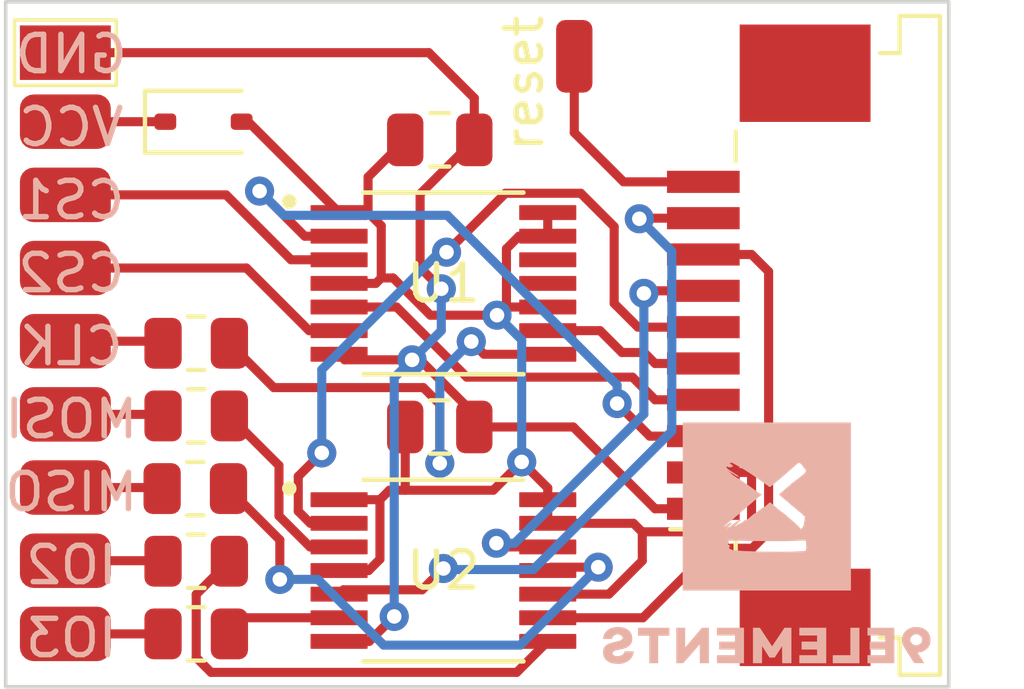
<source format=kicad_pcb>
(kicad_pcb (version 20221018) (generator pcbnew)
  (title_block (comment 4 "AISLER Project ID: ACSKGVNI"))
  (layers (0 "F.Cu" signal) (31 "B.Cu" signal) (34 "B.Paste" user) (35 "F.Paste" user) (36 "B.SilkS" user "B.Silkscreen") (37 "F.SilkS" user "F.Silkscreen") (38 "B.Mask" user) (39 "F.Mask" user) (44 "Edge.Cuts" user))
  (net 0 "")
  (net 1 "+3.3V")
  (net 2 "GND")
  (net 3 "P_CS1")
  (net 4 "P_CLK")
  (net 5 "P_MISO")
  (net 6 "P_MOSI")
  (net 7 "P_IO2")
  (net 8 "P_IO3")
  (net 9 "P_CS2")
  (net 10 "CS1")
  (net 11 "CLK")
  (net 12 "MISO")
  (net 13 "MOSI")
  (net 14 "IO2")
  (net 15 "IO3")
  (net 16 "CS2")
  (net 17 "Net-(D1-K)")
  (net 18 "Net-(J1-Pin_10)")
  (net 19 "Net-(J2-Pin_5)")
  (net 20 "Net-(J2-Pin_6)")
  (net 21 "Net-(J2-Pin_7)")
  (net 22 "Net-(J2-Pin_8)")
  (net 23 "Net-(J2-Pin_9)")
  (footprint "TMUX1511PWR:SOP65P640X120-14N" (layer "F.Cu") (at 12.1 15.656)
    (fp_text reference "U2" (at 0 0) (layer "F.SilkS"))
    (fp_text value "TMUX1511PWR" hide)
    (pad "1" smd roundrect (at -2.87 -1.95) (size 1.57 0.41) (layers "F.Cu" "F.Paste" "F.Mask") (roundrect_rratio 0.05) (net 1 "+3.3V"))
    (pad "2" smd roundrect (at -2.87 -1.3) (size 1.57 0.41) (layers "F.Cu" "F.Paste" "F.Mask") (roundrect_rratio 0.05) (net 6 "P_MOSI"))
    (pad "3" smd roundrect (at -2.87 -0.65) (size 1.57 0.41) (layers "F.Cu" "F.Paste" "F.Mask") (roundrect_rratio 0.05) (net 13 "MOSI"))
    (pad "4" smd roundrect (at -2.87 0) (size 1.57 0.41) (layers "F.Cu" "F.Paste" "F.Mask") (roundrect_rratio 0.05) (net 1 "+3.3V"))
    (pad "5" smd roundrect (at -2.87 0.65) (size 1.57 0.41) (layers "F.Cu" "F.Paste" "F.Mask") (roundrect_rratio 0.05) (net 8 "P_IO3"))
    (pad "6" smd roundrect (at -2.87 1.3) (size 1.57 0.41) (layers "F.Cu" "F.Paste" "F.Mask") (roundrect_rratio 0.05) (net 15 "IO3"))
    (pad "7" smd roundrect (at -2.87 1.95) (size 1.57 0.41) (layers "F.Cu" "F.Paste" "F.Mask") (roundrect_rratio 0.05) (net 2 "GND"))
    (pad "8" smd roundrect (at 2.87 1.95) (size 1.57 0.41) (layers "F.Cu" "F.Paste" "F.Mask") (roundrect_rratio 0.05) (net 14 "IO2"))
    (pad "9" smd roundrect (at 2.87 1.3) (size 1.57 0.41) (layers "F.Cu" "F.Paste" "F.Mask") (roundrect_rratio 0.05) (net 7 "P_IO2"))
    (pad "10" smd roundrect (at 2.87 0.65) (size 1.57 0.41) (layers "F.Cu" "F.Paste" "F.Mask") (roundrect_rratio 0.05) (net 1 "+3.3V"))
    (pad "11" smd roundrect (at 2.87 0) (size 1.57 0.41) (layers "F.Cu" "F.Paste" "F.Mask") (roundrect_rratio 0.05) (net 12 "MISO"))
    (pad "12" smd roundrect (at 2.87 -0.65) (size 1.57 0.41) (layers "F.Cu" "F.Paste" "F.Mask") (roundrect_rratio 0.05) (net 5 "P_MISO"))
    (pad "13" smd roundrect (at 2.87 -1.3) (size 1.57 0.41) (layers "F.Cu" "F.Paste" "F.Mask") (roundrect_rratio 0.05) (net 1 "+3.3V"))
    (pad "14" smd roundrect (at 2.87 -1.95) (size 1.57 0.41) (layers "F.Cu" "F.Paste" "F.Mask") (roundrect_rratio 0.05) (net 1 "+3.3V"))
  )
  (footprint "TMUX1511PWR:SOP65P640X120-14N" (layer "F.Cu") (at 12.1 7.752)
    (fp_text reference "U1" (at 0 0) (layer "F.SilkS"))
    (fp_text value "TMUX1511PWR" hide)
    (pad "1" smd roundrect (at -2.87 -1.95) (size 1.57 0.41) (layers "F.Cu" "F.Paste" "F.Mask") (roundrect_rratio 0.05) (net 1 "+3.3V"))
    (pad "2" smd roundrect (at -2.87 -1.3) (size 1.57 0.41) (layers "F.Cu" "F.Paste" "F.Mask") (roundrect_rratio 0.05) (net 3 "P_CS1"))
    (pad "3" smd roundrect (at -2.87 -0.65) (size 1.57 0.41) (layers "F.Cu" "F.Paste" "F.Mask") (roundrect_rratio 0.05) (net 10 "CS1"))
    (pad "4" smd roundrect (at -2.87 0) (size 1.57 0.41) (layers "F.Cu" "F.Paste" "F.Mask") (roundrect_rratio 0.05) (net 1 "+3.3V"))
    (pad "5" smd roundrect (at -2.87 0.65) (size 1.57 0.41) (layers "F.Cu" "F.Paste" "F.Mask") (roundrect_rratio 0.05) (net 9 "P_CS2"))
    (pad "6" smd roundrect (at -2.87 1.3) (size 1.57 0.41) (layers "F.Cu" "F.Paste" "F.Mask") (roundrect_rratio 0.05) (net 16 "CS2"))
    (pad "7" smd roundrect (at -2.87 1.95) (size 1.57 0.41) (layers "F.Cu" "F.Paste" "F.Mask") (roundrect_rratio 0.05) (net 2 "GND"))
    (pad "8" smd roundrect (at 2.87 1.95) (size 1.57 0.41) (layers "F.Cu" "F.Paste" "F.Mask") (roundrect_rratio 0.05) (net 11 "CLK"))
    (pad "9" smd roundrect (at 2.87 1.3) (size 1.57 0.41) (layers "F.Cu" "F.Paste" "F.Mask") (roundrect_rratio 0.05) (net 4 "P_CLK"))
    (pad "10" smd roundrect (at 2.87 0.65) (size 1.57 0.41) (layers "F.Cu" "F.Paste" "F.Mask") (roundrect_rratio 0.05) (net 1 "+3.3V"))
    (pad "11" smd roundrect (at 2.87 0) (size 1.57 0.41) (layers "F.Cu" "F.Paste" "F.Mask") (roundrect_rratio 0.05))
    (pad "12" smd roundrect (at 2.87 -0.65) (size 1.57 0.41) (layers "F.Cu" "F.Paste" "F.Mask") (roundrect_rratio 0.05))
    (pad "13" smd roundrect (at 2.87 -1.3) (size 1.57 0.41) (layers "F.Cu" "F.Paste" "F.Mask") (roundrect_rratio 0.05) (net 1 "+3.3V"))
    (pad "14" smd roundrect (at 2.87 -1.95) (size 1.57 0.41) (layers "F.Cu" "F.Paste" "F.Mask") (roundrect_rratio 0.05) (net 1 "+3.3V"))
  )
  (footprint "Capacitor_SMD:C_0805_2012Metric" (layer "F.Cu") (at 12 3.8)
    (fp_text reference "C2" hide)
    (fp_text value "100n" hide)
    (pad "1" smd roundrect (at -0.95 0) (size 1 1.45) (layers "F.Cu" "F.Paste" "F.Mask") (net 1 "+3.3V"))
    (pad "2" smd roundrect (at 0.95 0) (size 1 1.45) (layers "F.Cu" "F.Paste" "F.Mask") (net 2 "GND"))
  )
  (footprint "Resistor_SMD:R_0805_2012Metric" (layer "F.Cu") (at 5.275 13.4)
    (fp_text reference "R4" hide)
    (fp_text value "100")
    (pad "1" smd roundrect (at -0.9125 0) (size 1.025 1.4) (layers "F.Cu" "F.Paste" "F.Mask") (roundrect_rratio 0.243902439) (net 21 "Net-(J2-Pin_7)"))
    (pad "2" smd roundrect (at 0.9125 0) (size 1.025 1.4) (layers "F.Cu" "F.Paste" "F.Mask") (roundrect_rratio 0.243902439) (net 12 "MISO"))
  )
  (footprint "Resistor_SMD:R_0805_2012Metric" (layer "F.Cu") (at 5.3 11.4)
    (fp_text reference "R5" hide)
    (fp_text value "100")
    (pad "1" smd roundrect (at -0.9125 0) (size 1.025 1.4) (layers "F.Cu" "F.Paste" "F.Mask") (roundrect_rratio 0.243902439) (net 20 "Net-(J2-Pin_6)"))
    (pad "2" smd roundrect (at 0.9125 0) (size 1.025 1.4) (layers "F.Cu" "F.Paste" "F.Mask") (roundrect_rratio 0.243902439) (net 13 "MOSI"))
  )
  (footprint "Connector_Wire:SolderWirePad_1x01_SMD_1x2mm" (layer "F.Cu") (at 15.7 1.5)
    (fp_text reference "J3" hide)
    (fp_text value "Conn_01x01" hide)
    (pad "1" smd roundrect (at 0 0) (size 1 2) (layers "F.Cu" "F.Paste" "F.Mask") (net 18 "Net-(J1-Pin_10)"))
  )
  (footprint "Resistor_SMD:R_0805_2012Metric" (layer "F.Cu") (at 5.3 17.4)
    (fp_text reference "R2" hide)
    (fp_text value "100" hide)
    (pad "1" smd roundrect (at -0.9125 0) (size 1.025 1.4) (layers "F.Cu" "F.Paste" "F.Mask") (roundrect_rratio 0.243902439) (net 23 "Net-(J2-Pin_9)"))
    (pad "2" smd roundrect (at 0.9125 0) (size 1.025 1.4) (layers "F.Cu" "F.Paste" "F.Mask") (roundrect_rratio 0.243902439) (net 15 "IO3"))
  )
  (footprint "Resistor_SMD:R_0805_2012Metric" (layer "F.Cu") (at 5.3 9.4)
    (fp_text reference "R1" hide)
    (fp_text value "100")
    (pad "1" smd roundrect (at -0.9125 0) (size 1.025 1.4) (layers "F.Cu" "F.Paste" "F.Mask") (roundrect_rratio 0.243902439) (net 19 "Net-(J2-Pin_5)"))
    (pad "2" smd roundrect (at 0.9125 0) (size 1.025 1.4) (layers "F.Cu" "F.Paste" "F.Mask") (roundrect_rratio 0.243902439) (net 11 "CLK"))
  )
  (footprint "Capacitor_SMD:C_0805_2012Metric" (layer "F.Cu") (at 12 11.704)
    (fp_text reference "C1" hide)
    (fp_text value "100n")
    (pad "1" smd roundrect (at -0.95 0) (size 1 1.45) (layers "F.Cu" "F.Paste" "F.Mask") (net 1 "+3.3V"))
    (pad "2" smd roundrect (at 0.95 0) (size 1 1.45) (layers "F.Cu" "F.Paste" "F.Mask") (net 2 "GND"))
  )
  (footprint "Connector_FFC-FPC:TE_1-84952-0_1x10-1MP_P1.0mm_Horizontal" (layer "F.Cu") (at 21.05 9.456 90)
    (fp_text reference "J1" hide)
    (fp_text value "Conn_01x10_Socket" hide)
    (pad "1" smd rect (at -4.5 -1.8 90) (size 0.61 2) (layers "F.Cu" "F.Paste" "F.Mask") (net 2 "GND"))
    (pad "2" smd rect (at -3.5 -1.8 90) (size 0.61 2) (layers "F.Cu" "F.Paste" "F.Mask") (net 1 "+3.3V"))
    (pad "3" smd rect (at -2.5 -1.8 90) (size 0.61 2) (layers "F.Cu" "F.Paste" "F.Mask") (net 3 "P_CS1"))
    (pad "4" smd rect (at -1.5 -1.8 90) (size 0.61 2) (layers "F.Cu" "F.Paste" "F.Mask") (net 9 "P_CS2"))
    (pad "5" smd rect (at -0.5 -1.8 90) (size 0.61 2) (layers "F.Cu" "F.Paste" "F.Mask") (net 4 "P_CLK"))
    (pad "6" smd rect (at 0.5 -1.8 90) (size 0.61 2) (layers "F.Cu" "F.Paste" "F.Mask") (net 6 "P_MOSI"))
    (pad "7" smd rect (at 1.5 -1.8 90) (size 0.61 2) (layers "F.Cu" "F.Paste" "F.Mask") (net 5 "P_MISO"))
    (pad "8" smd rect (at 2.5 -1.8 90) (size 0.61 2) (layers "F.Cu" "F.Paste" "F.Mask") (net 7 "P_IO2"))
    (pad "9" smd rect (at 3.5 -1.8 90) (size 0.61 2) (layers "F.Cu" "F.Paste" "F.Mask") (net 8 "P_IO3"))
    (pad "10" smd rect (at 4.5 -1.8 90) (size 0.61 2) (layers "F.Cu" "F.Paste" "F.Mask") (net 18 "Net-(J1-Pin_10)"))
    (pad "MP" smd rect (at -7.49 1 90) (size 2.68 3.6) (layers "F.Cu" "F.Paste" "F.Mask"))
    (pad "MP" smd rect (at 7.49 1 90) (size 2.68 3.6) (layers "F.Cu" "F.Paste" "F.Mask"))
  )
  (footprint "pad:wire_pad_row_1x09-2x3mm" (layer "F.Cu") (at 1.7 1.4 -90)
    (fp_text reference "J2" hide)
    (fp_text value "SPI_Socket" hide)
    (pad "1" smd rect (at 0 0 270) (size 1.5 2.5) (layers "F.Cu" "F.Paste" "F.Mask") (net 2 "GND"))
    (pad "2" smd roundrect (at 1.9 0 270) (size 1.5 2.5) (layers "F.Cu" "F.Paste" "F.Mask") (net 17 "Net-(D1-K)"))
    (pad "3" smd roundrect (at 3.914285 0 270) (size 1.5 2.5) (layers "F.Cu" "F.Paste" "F.Mask") (net 10 "CS1"))
    (pad "4" smd roundrect (at 5.92857 0 270) (size 1.5 2.5) (layers "F.Cu" "F.Paste" "F.Mask") (net 16 "CS2"))
    (pad "5" smd roundrect (at 7.942855 0 270) (size 1.5 2.5) (layers "F.Cu" "F.Paste" "F.Mask") (net 19 "Net-(J2-Pin_5)"))
    (pad "6" smd roundrect (at 9.95714 0 270) (size 1.5 2.5) (layers "F.Cu" "F.Paste" "F.Mask") (net 20 "Net-(J2-Pin_6)"))
    (pad "7" smd roundrect (at 11.971425 0 270) (size 1.5 2.5) (layers "F.Cu" "F.Paste" "F.Mask") (net 21 "Net-(J2-Pin_7)"))
    (pad "8" smd roundrect (at 13.98571 0 270) (size 1.5 2.5) (layers "F.Cu" "F.Paste" "F.Mask") (net 22 "Net-(J2-Pin_8)"))
    (pad "9" smd roundrect (at 16 0 270) (size 1.5 2.5) (layers "F.Cu" "F.Paste" "F.Mask") (net 23 "Net-(J2-Pin_9)"))
  )
  (footprint "Diode_SMD:D_SOD-323" (layer "F.Cu") (at 5.5 3.3)
    (fp_text reference "D1" hide)
    (fp_text value "BAT60A" hide)
    (pad "1" smd roundrect (at -1.05 0) (size 0.6 0.45) (layers "F.Cu" "F.Paste" "F.Mask") (net 17 "Net-(D1-K)"))
    (pad "2" smd roundrect (at 1.05 0) (size 0.6 0.45) (layers "F.Cu" "F.Paste" "F.Mask") (net 1 "+3.3V"))
  )
  (footprint "Resistor_SMD:R_0805_2012Metric" (layer "F.Cu") (at 5.3 15.4)
    (fp_text reference "R3" hide)
    (fp_text value "100")
    (pad "1" smd roundrect (at -0.9125 0) (size 1.025 1.4) (layers "F.Cu" "F.Paste" "F.Mask") (roundrect_rratio 0.243902439) (net 22 "Net-(J2-Pin_8)"))
    (pad "2" smd roundrect (at 0.9125 0) (size 1.025 1.4) (layers "F.Cu" "F.Paste" "F.Mask") (roundrect_rratio 0.243902439) (net 14 "IO2"))
  )
  (footprint "pi_hat_spi_v2:9elogo" (layer "B.Cu") (at 21 14.9 180)
    (fp_text reference "G***" hide)
    (fp_text value "LOGO" hide)
  )
  (gr_rect (start 0.058 0) (end 26 18.856) (stroke (width 0.1)) (fill none) (layer "Edge.Cuts"))
  (gr_text "CS2" (at 3.414286 8.053125) (layer "B.SilkS") (effects (font (size 1 1)) (justify left bottom mirror)))
  (gr_text "MOSI" (at 3.771429 12.071875) (layer "B.SilkS") (effects (font (size 1 1)) (justify left bottom mirror)))
  (gr_text "CLK" (at 3.366667 10.0625) (layer "B.SilkS") (effects (font (size 1 1)) (justify left bottom mirror)))
  (gr_text "VCC" (at 3.390477 4.034375) (layer "B.SilkS") (effects (font (size 1 1)) (justify left bottom mirror)))
  (gr_text "CS1" (at 3.414286 6.04375) (layer "B.SilkS") (effects (font (size 1 1)) (justify left bottom mirror)))
  (gr_text "MISO" (at 3.771429 14.08125) (layer "B.SilkS") (effects (font (size 1 1)) (justify left bottom mirror)))
  (gr_text "GND" (at 3.485715 2.025) (layer "B.SilkS") (effects (font (size 1 1)) (justify left bottom mirror)))
  (gr_text "IO2" (at 3.2 16.090625) (layer "B.SilkS") (effects (font (size 1 1)) (justify left bottom mirror)))
  (gr_text "IO3" (at 3.2 18.1) (layer "B.SilkS") (effects (font (size 1 1)) (justify left bottom mirror)))
  (gr_text "reset" (at 14.9 4.2 90) (layer "F.SilkS") (effects (font (size 1 1)) (justify left bottom)))
  (segment (start 17.3279 14.356) (end 14.97 14.356) (width 0.25) (layer "F.Cu") (net 1))
  (segment (start 16.6518 16.306) (end 17.571 15.3868) (width 0.25) (layer "F.Cu") (net 1))
  (segment (start 20.5769 12.956) (end 20.5769 14.4007) (width 0.25) (layer "F.Cu") (net 1))
  (segment (start 10.0275 5.802) (end 10.0275 4.8225) (width 0.25) (layer "F.Cu") (net 1))
  (segment (start 10.6141 13.4457) (end 10.3538 13.706) (width 0.25) (layer "F.Cu") (net 1))
  (segment (start 13.8342 8.402) (end 14.97 8.402) (width 0.25) (layer "F.Cu") (net 1))
  (segment (start 11.05 13.4457) (end 10.6141 13.4457) (width 0.25) (layer "F.Cu") (net 1))
  (segment (start 20.5769 14.4007) (end 20.3875 14.5901) (width 0.25) (layer "F.Cu") (net 1))
  (segment (start 10.3538 15.3441) (end 10.3538 13.706) (width 0.25) (layer "F.Cu") (net 1))
  (segment (start 9.23 5.802) (end 10.0275 5.802) (width 0.25) (layer "F.Cu") (net 1))
  (segment (start 10.3899 7.602) (end 10.2399 7.752) (width 0.25) (layer "F.Cu") (net 1))
  (segment (start 13.8342 8.402) (end 13.8342 6.7972) (width 0.25) (layer "F.Cu") (net 1))
  (segment (start 14.97 13.3818) (end 14.97 13.706) (width 0.25) (layer "F.Cu") (net 1))
  (segment (start 20.3875 14.5901) (end 17.58 14.5901) (width 0.25) (layer "F.Cu") (net 1))
  (segment (start 17.58 14.5901) (end 17.571 14.5991) (width 0.25) (layer "F.Cu") (net 1))
  (segment (start 10.0275 4.8225) (end 11.05 3.8) (width 0.25) (layer "F.Cu") (net 1))
  (segment (start 14.2531 12.6649) (end 14.97 13.3818) (width 0.25) (layer "F.Cu") (net 1))
  (segment (start 14.1794 6.452) (end 14.97 6.452) (width 0.25) (layer "F.Cu") (net 1))
  (segment (start 14.97 16.306) (end 16.6518 16.306) (width 0.25) (layer "F.Cu") (net 1))
  (segment (start 14.97 13.706) (end 14.97 14.356) (width 0.25) (layer "F.Cu") (net 1))
  (segment (start 10.3538 13.706) (end 9.23 13.706) (width 0.25) (layer "F.Cu") (net 1))
  (segment (start 11.7411 8.6266) (end 13.5743 8.6266) (width 0.25) (layer "F.Cu") (net 1))
  (segment (start 10.3899 6.1644) (end 10.3899 7.602) (width 0.25) (layer "F.Cu") (net 1))
  (segment (start 10.7165 7.602) (end 11.7411 8.6266) (width 0.25) (layer "F.Cu") (net 1))
  (segment (start 17.571 14.5991) (end 17.3279 14.356) (width 0.25) (layer "F.Cu") (net 1))
  (segment (start 10.0275 5.802) (end 10.3899 6.1644) (width 0.25) (layer "F.Cu") (net 1))
  (segment (start 13.5743 8.6266) (end 13.6096 8.6266) (width 0.25) (layer "F.Cu") (net 1))
  (segment (start 9.23 15.656) (end 10.0419 15.656) (width 0.25) (layer "F.Cu") (net 1))
  (segment (start 13.6096 8.6266) (end 13.8342 8.402) (width 0.25) (layer "F.Cu") (net 1))
  (segment (start 10.3899 7.602) (end 10.7165 7.602) (width 0.25) (layer "F.Cu") (net 1))
  (segment (start 10.2399 7.752) (end 9.23 7.752) (width 0.25) (layer "F.Cu") (net 1))
  (segment (start 10.0419 15.656) (end 10.3538 15.3441) (width 0.25) (layer "F.Cu") (net 1))
  (segment (start 19.25 12.956) (end 20.5769 12.956) (width 0.25) (layer "F.Cu") (net 1))
  (segment (start 6.728 3.3) (end 6.55 3.3) (width 0.25) (layer "F.Cu") (net 1))
  (segment (start 9.23 5.802) (end 6.728 3.3) (width 0.25) (layer "F.Cu") (net 1))
  (segment (start 11.05 11.704) (end 11.05 13.4457) (width 0.25) (layer "F.Cu") (net 1))
  (segment (start 14.97 6.452) (end 14.97 5.802) (width 0.25) (layer "F.Cu") (net 1))
  (segment (start 13.8342 6.7972) (end 14.1794 6.452) (width 0.25) (layer "F.Cu") (net 1))
  (segment (start 13.4723 13.4457) (end 11.05 13.4457) (width 0.25) (layer "F.Cu") (net 1))
  (segment (start 14.2531 12.6649) (end 13.4723 13.4457) (width 0.25) (layer "F.Cu") (net 1))
  (segment (start 17.571 15.3868) (end 17.571 14.5991) (width 0.25) (layer "F.Cu") (net 1))
  (via (at 14.2531 12.6649) (size 0.8) (drill 0.4) (layers "F.Cu" "B.Cu") (net 1))
  (via (at 13.5743 8.6266) (size 0.8) (drill 0.4) (layers "F.Cu" "B.Cu") (net 1))
  (segment (start 14.2531 9.3054) (end 13.5743 8.6266) (width 0.25) (layer "B.Cu") (net 1))
  (segment (start 14.2531 12.6649) (end 14.2531 9.3054) (width 0.25) (layer "B.Cu") (net 1))
  (segment (start 12.95 11.704) (end 15.6711 11.704) (width 0.25) (layer "F.Cu") (net 2))
  (segment (start 12.95 11.704) (end 12.95 11.3483) (width 0.25) (layer "F.Cu") (net 2))
  (segment (start 15.6711 11.704) (end 17.9231 13.956) (width 0.25) (layer "F.Cu") (net 2))
  (segment (start 10.747 16.9193) (end 10.0603 17.606) (width 0.25) (layer "F.Cu") (net 2))
  (segment (start 12.95 11.3483) (end 11.4573 9.8556) (width 0.25) (layer "F.Cu") (net 2))
  (segment (start 12.95 2.65) (end 12.95 3.8) (width 0.25) (layer "F.Cu") (net 2))
  (segment (start 1.7 1.4) (end 11.7 1.4) (width 0.25) (layer "F.Cu") (net 2))
  (segment (start 11.4591 5.2909) (end 12.95 3.8) (width 0.25) (layer "F.Cu") (net 2))
  (segment (start 11.2384 9.8556) (end 9.3836 9.8556) (width 0.25) (layer "F.Cu") (net 2))
  (segment (start 11.4591 7.3167) (end 11.4591 5.2909) (width 0.25) (layer "F.Cu") (net 2))
  (segment (start 11.4573 9.8556) (end 11.2384 9.8556) (width 0.25) (layer "F.Cu") (net 2))
  (segment (start 12.0421 7.8997) (end 11.4591 7.3167) (width 0.25) (layer "F.Cu") (net 2))
  (segment (start 11.7 1.4) (end 12.95 2.65) (width 0.25) (layer "F.Cu") (net 2))
  (segment (start 9.3836 9.8556) (end 9.23 9.702) (width 0.25) (layer "F.Cu") (net 2))
  (segment (start 10.0603 17.606) (end 9.23 17.606) (width 0.25) (layer "F.Cu") (net 2))
  (segment (start 19.25 13.956) (end 17.9231 13.956) (width 0.25) (layer "F.Cu") (net 2))
  (via (at 12.0421 7.8997) (size 0.8) (drill 0.4) (layers "F.Cu" "B.Cu") (net 2))
  (via (at 11.2384 9.8556) (size 0.8) (drill 0.4) (layers "F.Cu" "B.Cu") (net 2))
  (via (at 10.747 16.9193) (size 0.8) (drill 0.4) (layers "F.Cu" "B.Cu") (net 2))
  (segment (start 12.0421 9.0519) (end 11.2384 9.8556) (width 0.25) (layer "B.Cu") (net 2))
  (segment (start 10.747 10.347) (end 10.747 16.9193) (width 0.25) (layer "B.Cu") (net 2))
  (segment (start 12.0421 7.8997) (end 12.0421 9.0519) (width 0.25) (layer "B.Cu") (net 2))
  (segment (start 11.2384 9.8556) (end 10.747 10.347) (width 0.25) (layer "B.Cu") (net 2))
  (segment (start 19.25 11.956) (end 17.9231 11.956) (width 0.25) (layer "F.Cu") (net 3))
  (segment (start 17.7755 11.956) (end 16.8781 11.0586) (width 0.25) (layer "F.Cu") (net 3))
  (segment (start 7.04308 5.210174) (end 8.284906 6.452) (width 0.25) (layer "F.Cu") (net 3))
  (segment (start 17.9231 11.956) (end 17.7755 11.956) (width 0.25) (layer "F.Cu") (net 3))
  (segment (start 8.284906 6.452) (end 9.23 6.452) (width 0.25) (layer "F.Cu") (net 3))
  (via (at 7.04308 5.210174) (size 0.8) (drill 0.4) (layers "F.Cu" "B.Cu") (net 3))
  (via (at 16.8781 11.0586) (size 0.8) (drill 0.4) (layers "F.Cu" "B.Cu") (net 3))
  (segment (start 7.04308 5.210174) (end 7.709506 5.8766) (width 0.25) (layer "B.Cu") (net 3))
  (segment (start 7.709506 5.8766) (end 12.2085 5.8766) (width 0.25) (layer "B.Cu") (net 3))
  (segment (start 16.8781 10.5462) (end 16.8781 11.0586) (width 0.25) (layer "B.Cu") (net 3))
  (segment (start 12.2085 5.8766) (end 16.8781 10.5462) (width 0.25) (layer "B.Cu") (net 3))
  (segment (start 19.25 9.956) (end 17.9231 9.956) (width 0.25) (layer "F.Cu") (net 4))
  (segment (start 16.408 9.052) (end 17.0091 9.6531) (width 0.25) (layer "F.Cu") (net 4))
  (segment (start 14.97 9.052) (end 16.408 9.052) (width 0.25) (layer "F.Cu") (net 4))
  (segment (start 17.0091 9.6531) (end 17.6202 9.6531) (width 0.25) (layer "F.Cu") (net 4))
  (segment (start 17.6202 9.6531) (end 17.9231 9.956) (width 0.25) (layer "F.Cu") (net 4))
  (segment (start 14.97 15.006) (end 13.6602 15.006) (width 0.25) (layer "F.Cu") (net 5))
  (segment (start 17.8534 8.0257) (end 17.6143 8.0257) (width 0.25) (layer "F.Cu") (net 5))
  (segment (start 13.6602 15.006) (end 13.5579 14.9037) (width 0.25) (layer "F.Cu") (net 5))
  (segment (start 19.25 7.956) (end 17.9231 7.956) (width 0.25) (layer "F.Cu") (net 5))
  (segment (start 17.9231 7.956) (end 17.8534 8.0257) (width 0.25) (layer "F.Cu") (net 5))
  (via (at 13.5579 14.9037) (size 0.8) (drill 0.4) (layers "F.Cu" "B.Cu") (net 5))
  (via (at 17.6143 8.0257) (size 0.8) (drill 0.4) (layers "F.Cu" "B.Cu") (net 5))
  (segment (start 13.5579 14.9037) (end 14.061 14.9037) (width 0.25) (layer "B.Cu") (net 5))
  (segment (start 14.061 14.9037) (end 17.6143 11.3504) (width 0.25) (layer "B.Cu") (net 5))
  (segment (start 17.6143 11.3504) (end 17.6143 8.0257) (width 0.25) (layer "B.Cu") (net 5))
  (segment (start 16.7973 8.3023) (end 16.7973 6.1886) (width 0.25) (layer "F.Cu") (net 6))
  (segment (start 8.4395 14.356) (end 9.23 14.356) (width 0.25) (layer "F.Cu") (net 6))
  (segment (start 19.25 8.956) (end 17.451 8.956) (width 0.25) (layer "F.Cu") (net 6))
  (segment (start 13.8076 5.27) (end 12.1861 6.8915) (width 0.25) (layer "F.Cu") (net 6))
  (segment (start 8.754 12.4172) (end 8.107 13.0642) (width 0.25) (layer "F.Cu") (net 6))
  (segment (start 8.107 14.0235) (end 8.4395 14.356) (width 0.25) (layer "F.Cu") (net 6))
  (segment (start 16.7973 6.1886) (end 15.8787 5.27) (width 0.25) (layer "F.Cu") (net 6))
  (segment (start 15.8787 5.27) (end 13.8076 5.27) (width 0.25) (layer "F.Cu") (net 6))
  (segment (start 8.107 13.0642) (end 8.107 14.0235) (width 0.25) (layer "F.Cu") (net 6))
  (segment (start 17.451 8.956) (end 16.7973 8.3023) (width 0.25) (layer "F.Cu") (net 6))
  (via (at 12.1861 6.8915) (size 0.8) (drill 0.4) (layers "F.Cu" "B.Cu") (net 6))
  (via (at 8.754 12.4172) (size 0.8) (drill 0.4) (layers "F.Cu" "B.Cu") (net 6))
  (segment (start 8.754 12.4172) (end 8.754 10.1245) (width 0.25) (layer "B.Cu") (net 6))
  (segment (start 8.754 10.1245) (end 11.987 6.8915) (width 0.25) (layer "B.Cu") (net 6))
  (segment (start 11.987 6.8915) (end 12.1861 6.8915) (width 0.25) (layer "B.Cu") (net 6))
  (segment (start 19.5034 15.042) (end 17.5894 16.956) (width 0.25) (layer "F.Cu") (net 7))
  (segment (start 21.0456 14.5914) (end 20.595 15.042) (width 0.25) (layer "F.Cu") (net 7))
  (segment (start 19.25 6.956) (end 20.5769 6.956) (width 0.25) (layer "F.Cu") (net 7))
  (segment (start 20.595 15.042) (end 19.5034 15.042) (width 0.25) (layer "F.Cu") (net 7))
  (segment (start 21.0456 7.4247) (end 21.0456 14.5914) (width 0.25) (layer "F.Cu") (net 7))
  (segment (start 20.5769 6.956) (end 21.0456 7.4247) (width 0.25) (layer "F.Cu") (net 7))
  (segment (start 17.5894 16.956) (end 14.97 16.956) (width 0.25) (layer "F.Cu") (net 7))
  (segment (start 9.35 16.186) (end 9.23 16.306) (width 0.25) (layer "F.Cu") (net 8))
  (segment (start 17.489215 5.972082) (end 17.505297 5.956) (width 0.25) (layer "F.Cu") (net 8))
  (segment (start 17.505297 5.956) (end 19.25 5.956) (width 0.25) (layer "F.Cu") (net 8))
  (segment (start 11.514 16.186) (end 9.35 16.186) (width 0.25) (layer "F.Cu") (net 8))
  (segment (start 12.1 15.6) (end 11.514 16.186) (width 0.25) (layer "F.Cu") (net 8))
  (via (at 12.1 15.6) (size 0.8) (drill 0.4) (layers "F.Cu" "B.Cu") (net 8))
  (via (at 17.489215 5.972082) (size 0.8) (drill 0.4) (layers "F.Cu" "B.Cu") (net 8))
  (segment (start 12.1 15.6) (end 12.1287 15.6287) (width 0.25) (layer "B.Cu") (net 8))
  (segment (start 12.1287 15.6287) (end 14.5713 15.6287) (width 0.25) (layer "B.Cu") (net 8))
  (segment (start 18.3836 6.866467) (end 17.489215 5.972082) (width 0.25) (layer "B.Cu") (net 8))
  (segment (start 18.3836 11.8164) (end 18.3836 6.866467) (width 0.25) (layer "B.Cu") (net 8))
  (segment (start 14.5713 15.6287) (end 18.3836 11.8164) (width 0.25) (layer "B.Cu") (net 8))
  (segment (start 10.8128 8.402) (end 12.7424 10.3316) (width 0.25) (layer "F.Cu") (net 9))
  (segment (start 12.7424 10.3316) (end 17.2987 10.3316) (width 0.25) (layer "F.Cu") (net 9))
  (segment (start 17.2987 10.3316) (end 17.9231 10.956) (width 0.25) (layer "F.Cu") (net 9))
  (segment (start 17.9231 10.956) (end 19.25 10.956) (width 0.25) (layer "F.Cu") (net 9))
  (segment (start 9.23 8.402) (end 10.8128 8.402) (width 0.25) (layer "F.Cu") (net 9))
  (segment (start 7.9096 7.102) (end 9.23 7.102) (width 0.25) (layer "F.Cu") (net 10))
  (segment (start 1.7 5.3143) (end 6.1219 5.3143) (width 0.25) (layer "F.Cu") (net 10))
  (segment (start 6.1219 5.3143) (end 7.9096 7.102) (width 0.25) (layer "F.Cu") (net 10))
  (segment (start 11.5479 10.6202) (end 7.4327 10.6202) (width 0.25) (layer "F.Cu") (net 11))
  (segment (start 13.217037 9.702) (end 14.97 9.702) (width 0.25) (layer "F.Cu") (net 11))
  (segment (start 12.866637 9.3516) (end 13.217037 9.702) (width 0.25) (layer "F.Cu") (net 11))
  (segment (start 12 12.7017) (end 12 11.0723) (width 0.25) (layer "F.Cu") (net 11))
  (segment (start 12 11.0723) (end 11.5479 10.6202) (width 0.25) (layer "F.Cu") (net 11))
  (segment (start 12.0001 12.7017) (end 12 12.7017) (width 0.25) (layer "F.Cu") (net 11))
  (segment (start 7.4327 10.6202) (end 6.2125 9.4) (width 0.25) (layer "F.Cu") (net 11))
  (via (at 12.866637 9.3516) (size 0.8) (drill 0.4) (layers "F.Cu" "B.Cu") (net 11))
  (via (at 12.0001 12.7017) (size 0.8) (drill 0.4) (layers "F.Cu" "B.Cu") (net 11))
  (segment (start 12.866637 9.3516) (end 12.0001 10.218137) (width 0.25) (layer "B.Cu") (net 11))
  (segment (start 12.0001 10.218137) (end 12.0001 12.7017) (width 0.25) (layer "B.Cu") (net 11))
  (segment (start 15.0628 15.5632) (end 14.97 15.656) (width 0.25) (layer "F.Cu") (net 12))
  (segment (start 7.6 15.9) (end 7.6 14.8125) (width 0.25) (layer "F.Cu") (net 12))
  (segment (start 7.6 14.8125) (end 6.1875 13.4) (width 0.25) (layer "F.Cu") (net 12))
  (segment (start 16.3585 15.5632) (end 15.0628 15.5632) (width 0.25) (layer "F.Cu") (net 12))
  (via (at 7.6 15.9) (size 0.8) (drill 0.4) (layers "F.Cu" "B.Cu") (net 12))
  (via (at 16.3585 15.5632) (size 0.8) (drill 0.4) (layers "F.Cu" "B.Cu") (net 12))
  (segment (start 14.2122 17.7095) (end 16.3585 15.5632) (width 0.25) (layer "B.Cu") (net 12))
  (segment (start 8.6476 15.9) (end 10.4571 17.7095) (width 0.25) (layer "B.Cu") (net 12))
  (segment (start 10.4571 17.7095) (end 14.2122 17.7095) (width 0.25) (layer "B.Cu") (net 12))
  (segment (start 7.6 15.9) (end 8.6476 15.9) (width 0.25) (layer "B.Cu") (net 12))
  (segment (start 7.5766 12.7641) (end 7.5766 14.1524) (width 0.25) (layer "F.Cu") (net 13))
  (segment (start 6.2125 11.4) (end 7.5766 12.7641) (width 0.25) (layer "F.Cu") (net 13))
  (segment (start 8.4302 15.006) (end 9.23 15.006) (width 0.25) (layer "F.Cu") (net 13))
  (segment (start 7.5766 14.1524) (end 8.4302 15.006) (width 0.25) (layer "F.Cu") (net 13))
  (segment (start 6.2125 15.4) (end 5.3 16.3125) (width 0.25) (layer "F.Cu") (net 14))
  (segment (start 5.3 18.0512) (end 5.7082 18.4594) (width 0.25) (layer "F.Cu") (net 14))
  (segment (start 5.3 16.3125) (end 5.3 18.0512) (width 0.25) (layer "F.Cu") (net 14))
  (segment (start 14.1166 18.4594) (end 14.97 17.606) (width 0.25) (layer "F.Cu") (net 14))
  (segment (start 5.7082 18.4594) (end 14.1166 18.4594) (width 0.25) (layer "F.Cu") (net 14))
  (segment (start 6.6565 16.956) (end 9.23 16.956) (width 0.25) (layer "F.Cu") (net 15))
  (segment (start 6.2125 17.4) (end 6.6565 16.956) (width 0.25) (layer "F.Cu") (net 15))
  (segment (start 6.6819 7.3286) (end 1.7 7.3286) (width 0.25) (layer "F.Cu") (net 16))
  (segment (start 8.4053 9.052) (end 6.6819 7.3286) (width 0.25) (layer "F.Cu") (net 16))
  (segment (start 9.23 9.052) (end 8.4053 9.052) (width 0.25) (layer "F.Cu") (net 16))
  (segment (start 4.45 3.3) (end 1.7 3.3) (width 0.25) (layer "F.Cu") (net 17))
  (segment (start 15.7 1.5) (end 15.7 3.6) (width 0.25) (layer "F.Cu") (net 18))
  (segment (start 17.056 4.956) (end 19.25 4.956) (width 0.25) (layer "F.Cu") (net 18))
  (segment (start 15.7 3.6) (end 17.056 4.956) (width 0.25) (layer "F.Cu") (net 18))
  (segment (start 4.3304 9.3429) (end 4.3875 9.4) (width 0.25) (layer "F.Cu") (net 19))
  (segment (start 1.7 9.3429) (end 4.3304 9.3429) (width 0.25) (layer "F.Cu") (net 19))
  (segment (start 4.3446 11.3571) (end 4.3875 11.4) (width 0.25) (layer "F.Cu") (net 20))
  (segment (start 1.7 11.3571) (end 4.3446 11.3571) (width 0.25) (layer "F.Cu") (net 20))
  (segment (start 1.7 13.3714) (end 4.3339 13.3714) (width 0.25) (layer "F.Cu") (net 21))
  (segment (start 4.3339 13.3714) (end 4.3625 13.4) (width 0.25) (layer "F.Cu") (net 21))
  (segment (start 4.3732 15.3857) (end 4.3875 15.4) (width 0.25) (layer "F.Cu") (net 22))
  (segment (start 1.7 15.3857) (end 4.3732 15.3857) (width 0.25) (layer "F.Cu") (net 22))
  (segment (start 1.7 17.4) (end 4.3875 17.4) (width 0.25) (layer "F.Cu") (net 23))
)
</source>
